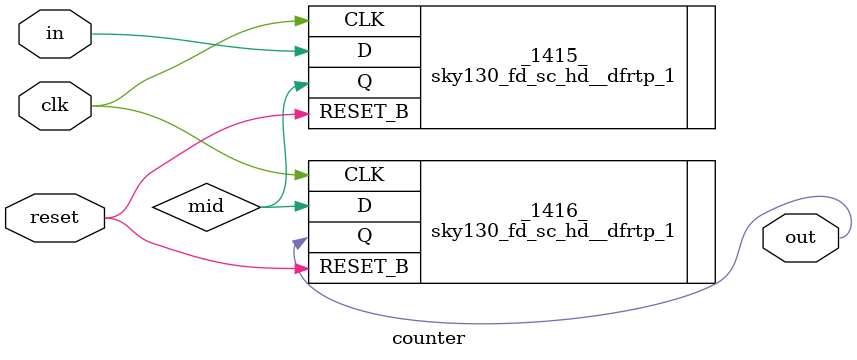
<source format=v>
/* Generated by Yosys 0.8+ */

(* hdlname = "\\counter" *)
(* top =  1  *)
(* src = "synthesis/tests/counter.v:16.1-32.10" *)
module counter(clk, reset, in, out);
  (* src = "synthesis/tests/counter.v:17.14-17.17" *)
  input clk;
  (* src = "synthesis/tests/counter.v:19.18-19.21" *)
  output out;
  (* src = "synthesis/tests/counter.v:18.14-18.19" *)
  input reset;
  input in;
  wire mid;
  (* bottom_bound = 1'sh0 *)
  (* src = "synthesis/tests/counter.v:22.3-28.6", attr1 = "test_attr1", attr2 = "test_attr2" *)
  sky130_fd_sc_hd__dfrtp_1 _1415_ (
    .CLK(clk),
    .D(in),
    .Q(mid),
    .RESET_B(reset)
  );
  (* src = "synthesis/tests/counter.v:22.3-28.6" *)
  sky130_fd_sc_hd__dfrtp_1 _1416_ (
    .CLK(clk),
    .D(mid),
    .Q(out),
    .RESET_B(reset)
  );
endmodule

</source>
